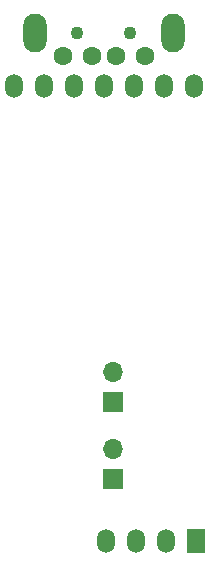
<source format=gbs>
%TF.GenerationSoftware,KiCad,Pcbnew,7.0.10*%
%TF.CreationDate,2024-03-08T01:09:18+05:30*%
%TF.ProjectId,ADAPTER PCB,41444150-5445-4522-9050-43422e6b6963,rev?*%
%TF.SameCoordinates,Original*%
%TF.FileFunction,Soldermask,Bot*%
%TF.FilePolarity,Negative*%
%FSLAX46Y46*%
G04 Gerber Fmt 4.6, Leading zero omitted, Abs format (unit mm)*
G04 Created by KiCad (PCBNEW 7.0.10) date 2024-03-08 01:09:18*
%MOMM*%
%LPD*%
G01*
G04 APERTURE LIST*
%ADD10O,1.500000X2.000000*%
%ADD11R,1.500000X2.000000*%
%ADD12C,1.100000*%
%ADD13C,1.600000*%
%ADD14O,2.000000X3.300000*%
%ADD15R,1.700000X1.700000*%
%ADD16O,1.700000X1.700000*%
G04 APERTURE END LIST*
D10*
%TO.C,U1*%
X132620000Y-83250000D03*
X130080000Y-83250000D03*
X127540000Y-83250000D03*
X125000000Y-83250000D03*
X122460000Y-83250000D03*
X119920000Y-83250000D03*
X117380000Y-83250000D03*
X125180000Y-121750000D03*
X127720000Y-121750000D03*
X130260000Y-121750000D03*
D11*
X132800000Y-121750000D03*
%TD*%
D12*
%TO.C,J1*%
X127250000Y-78750000D03*
X122750000Y-78750000D03*
D13*
X121500000Y-80750000D03*
X124000000Y-80750000D03*
X126000000Y-80750000D03*
X128500000Y-80750000D03*
D14*
X130850000Y-78750000D03*
X119150000Y-78750000D03*
%TD*%
D15*
%TO.C,JP2*%
X125750000Y-110040000D03*
D16*
X125750000Y-107500000D03*
%TD*%
D15*
%TO.C,JP1*%
X125750000Y-116500000D03*
D16*
X125750000Y-113960000D03*
%TD*%
M02*

</source>
